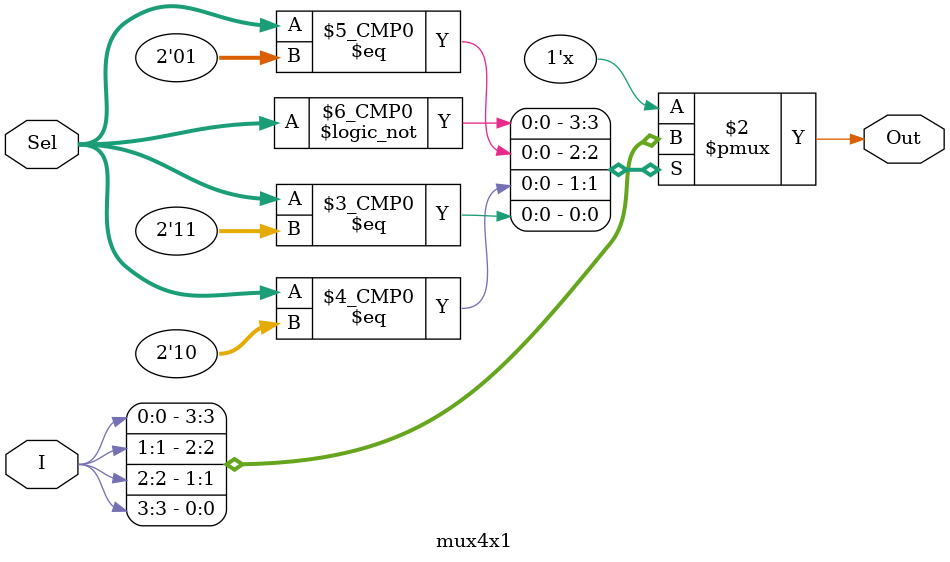
<source format=v>
module mux4x1(I, Sel, Out);
	input [3:0] I;
	input [1:0] Sel;
	
	output Out;
	reg Out;
	
	always@(I, Sel)
		
		case(Sel)
			2'b00 : Out = I[0];
			2'b01 : Out = I[1];
			2'b10 : Out = I[2];
			2'b11 : Out = I[3];
		endcase
		
endmodule

</source>
